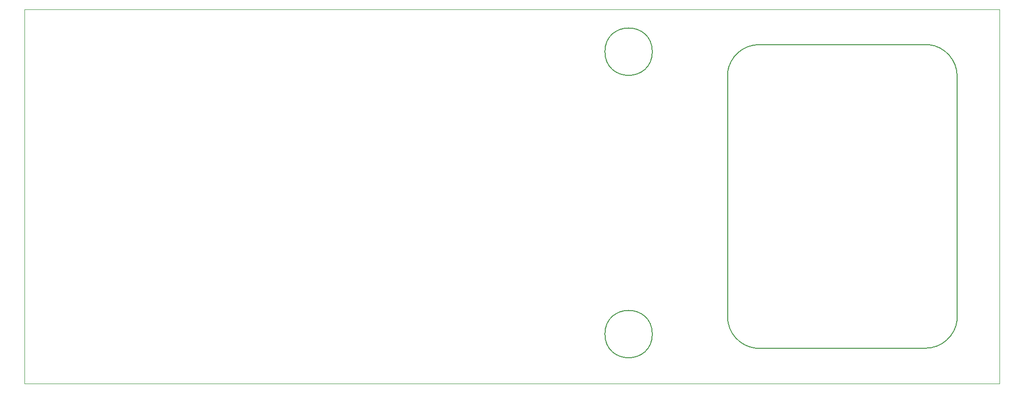
<source format=gko>
G04 Layer: BoardOutlineLayer*
G04 EasyEDA v6.5.39, 2024-01-06 15:16:36*
G04 d67026258dc9402a94cee8dd9b3bc9af,24315905b9734375b2ccc5c6aeea7757,10*
G04 Gerber Generator version 0.2*
G04 Scale: 100 percent, Rotated: No, Reflected: No *
G04 Dimensions in inches *
G04 leading zeros omitted , absolute positions ,3 integer and 6 decimal *
%FSLAX36Y36*%
%MOIN*%

%ADD10C,0.0050*%
%ADD11C,0.0020*%
D10*
X4975000Y2200000D02*
G01*
X4975000Y475000D01*
X5175000Y250000D02*
G01*
X6375000Y250000D01*
X6600000Y450000D02*
G01*
X6600000Y2175000D01*
X6400000Y2400000D02*
G01*
X5200000Y2400000D01*
D11*
X0Y0D02*
G01*
X0Y45700D01*
X0Y2650000D01*
X6900000Y2650000D01*
X6900000Y0D01*
X25000Y0D01*
X25000Y0D02*
G01*
X0Y0D01*
D10*
G75*
G01
X4442710Y2350000D02*
G03X4442710Y2350000I-167710J0D01*
G75*
G01
X4442710Y350000D02*
G03X4442710Y350000I-167710J0D01*
G75*
G01*
X5200000Y2400000D02*
G03*
X4975000Y2200000I-842J-225615D01*
G75*
G01*
X6600000Y2175000D02*
G03*
X6400000Y2400000I-225615J842D01*
G75*
G01*
X6375000Y250000D02*
G03*
X6600000Y450000I842J225615D01*
G75*
G01*
X4975000Y475000D02*
G03*
X5175000Y250000I225615J-842D01*

%LPD*%
M02*

</source>
